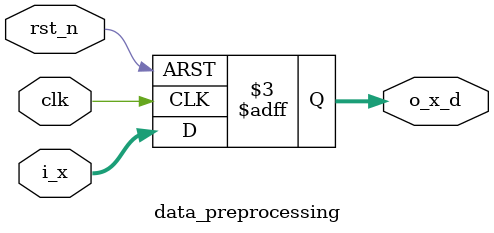
<source format=v>
`timescale 1ns/10ps

module data_preprocessing #
(
    parameter integer DATA_BW       = 8
)
(
    input   wire                                      clk,
    input   wire                                      rst_n,
    input   wire signed [DATA_BW - 1 : 0]             i_x,
    output  reg  signed [DATA_BW - 1 : 0]             o_x_d
);

// This 1 cycle latency is intend for temporal sync with kernel
always @(posedge clk or negedge rst_n) begin
    if (!rst_n) begin
        o_x_d   <= 0;
    end
    else begin
        o_x_d   <= i_x;
    end
end

endmodule

</source>
